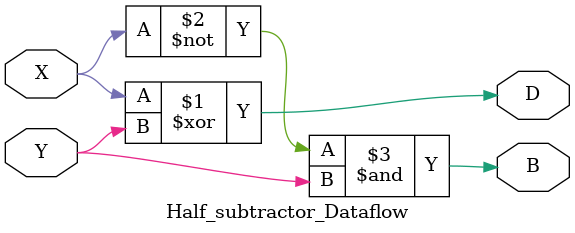
<source format=v>
`timescale 1ns / 1ps
module Half_subtractor_Dataflow(
    input X,
    input Y,
    output D,
    output B
    );
	 
assign D = X ^ Y;
assign B = ~X & Y;
endmodule

</source>
